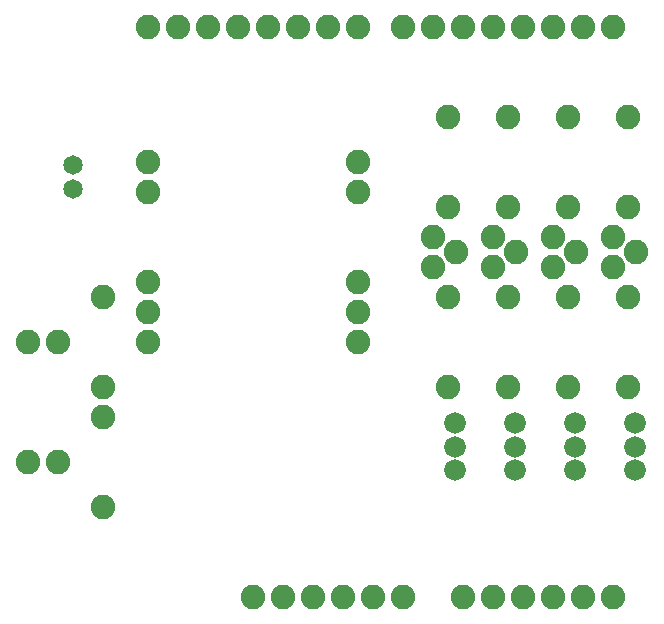
<source format=gts>
G75*
G70*
%OFA0B0*%
%FSLAX24Y24*%
%IPPOS*%
%LPD*%
%AMOC8*
5,1,8,0,0,1.08239X$1,22.5*
%
%ADD10C,0.0820*%
%ADD11C,0.0720*%
%ADD12C,0.0650*%
D10*
X008252Y005660D03*
X009252Y005660D03*
X010752Y004160D03*
X010752Y007160D03*
X010752Y008160D03*
X009252Y009660D03*
X008252Y009660D03*
X010752Y011160D03*
X012252Y010660D03*
X012252Y011660D03*
X012252Y009660D03*
X012252Y014660D03*
X012252Y015660D03*
X012252Y020160D03*
X013252Y020160D03*
X014252Y020160D03*
X015252Y020160D03*
X016252Y020160D03*
X017252Y020160D03*
X018252Y020160D03*
X019252Y020160D03*
X020752Y020160D03*
X021752Y020160D03*
X022752Y020160D03*
X023752Y020160D03*
X024752Y020160D03*
X025752Y020160D03*
X026752Y020160D03*
X027752Y020160D03*
X028252Y017160D03*
X026252Y017160D03*
X024252Y017160D03*
X022252Y017160D03*
X019252Y015660D03*
X019252Y014660D03*
X021752Y013160D03*
X022502Y012660D03*
X021752Y012160D03*
X022252Y011160D03*
X023752Y012160D03*
X024502Y012660D03*
X023752Y013160D03*
X024252Y014160D03*
X025752Y013160D03*
X026502Y012660D03*
X025752Y012160D03*
X026252Y011160D03*
X027752Y012160D03*
X028502Y012660D03*
X027752Y013160D03*
X028252Y014160D03*
X026252Y014160D03*
X022252Y014160D03*
X019252Y011660D03*
X019252Y010660D03*
X019252Y009660D03*
X022252Y008160D03*
X024252Y008160D03*
X026252Y008160D03*
X028252Y008160D03*
X028252Y011160D03*
X024252Y011160D03*
X023752Y001160D03*
X022752Y001160D03*
X024752Y001160D03*
X025752Y001160D03*
X026752Y001160D03*
X027752Y001160D03*
X020752Y001160D03*
X019752Y001160D03*
X018752Y001160D03*
X017752Y001160D03*
X016752Y001160D03*
X015752Y001160D03*
D11*
X022469Y005373D03*
X022469Y006160D03*
X022469Y006947D03*
X024469Y006947D03*
X024469Y006160D03*
X024469Y005373D03*
X026469Y005373D03*
X026469Y006160D03*
X026469Y006947D03*
X028469Y006947D03*
X028469Y006160D03*
X028469Y005373D03*
D12*
X009752Y014766D03*
X009752Y015554D03*
M02*

</source>
